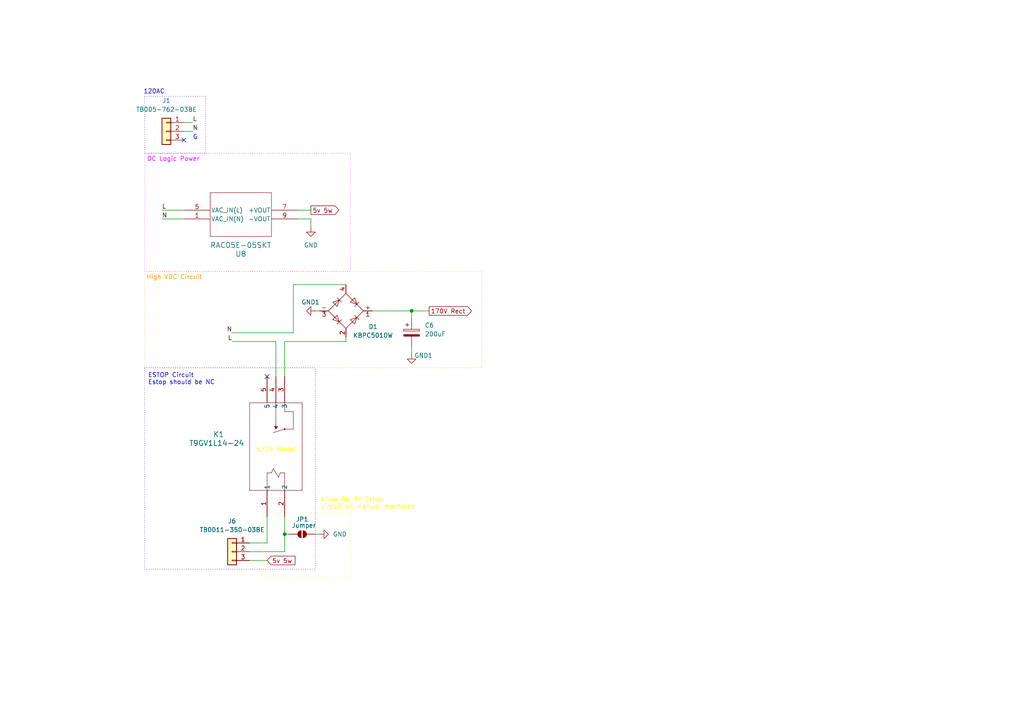
<source format=kicad_sch>
(kicad_sch
	(version 20250114)
	(generator "eeschema")
	(generator_version "9.0")
	(uuid "af2fda28-8680-40e9-a997-00814b61acb7")
	(paper "A4")
	(lib_symbols
		(symbol "Connector_Generic:Conn_01x03"
			(pin_names
				(offset 1.016)
				(hide yes)
			)
			(exclude_from_sim no)
			(in_bom yes)
			(on_board yes)
			(property "Reference" "J"
				(at 0 5.08 0)
				(effects
					(font
						(size 1.27 1.27)
					)
				)
			)
			(property "Value" "Conn_01x03"
				(at 0 -5.08 0)
				(effects
					(font
						(size 1.27 1.27)
					)
				)
			)
			(property "Footprint" ""
				(at 0 0 0)
				(effects
					(font
						(size 1.27 1.27)
					)
					(hide yes)
				)
			)
			(property "Datasheet" "~"
				(at 0 0 0)
				(effects
					(font
						(size 1.27 1.27)
					)
					(hide yes)
				)
			)
			(property "Description" "Generic connector, single row, 01x03, script generated (kicad-library-utils/schlib/autogen/connector/)"
				(at 0 0 0)
				(effects
					(font
						(size 1.27 1.27)
					)
					(hide yes)
				)
			)
			(property "ki_keywords" "connector"
				(at 0 0 0)
				(effects
					(font
						(size 1.27 1.27)
					)
					(hide yes)
				)
			)
			(property "ki_fp_filters" "Connector*:*_1x??_*"
				(at 0 0 0)
				(effects
					(font
						(size 1.27 1.27)
					)
					(hide yes)
				)
			)
			(symbol "Conn_01x03_1_1"
				(rectangle
					(start -1.27 3.81)
					(end 1.27 -3.81)
					(stroke
						(width 0.254)
						(type default)
					)
					(fill
						(type background)
					)
				)
				(rectangle
					(start -1.27 2.667)
					(end 0 2.413)
					(stroke
						(width 0.1524)
						(type default)
					)
					(fill
						(type none)
					)
				)
				(rectangle
					(start -1.27 0.127)
					(end 0 -0.127)
					(stroke
						(width 0.1524)
						(type default)
					)
					(fill
						(type none)
					)
				)
				(rectangle
					(start -1.27 -2.413)
					(end 0 -2.667)
					(stroke
						(width 0.1524)
						(type default)
					)
					(fill
						(type none)
					)
				)
				(pin passive line
					(at -5.08 2.54 0)
					(length 3.81)
					(name "Pin_1"
						(effects
							(font
								(size 1.27 1.27)
							)
						)
					)
					(number "1"
						(effects
							(font
								(size 1.27 1.27)
							)
						)
					)
				)
				(pin passive line
					(at -5.08 0 0)
					(length 3.81)
					(name "Pin_2"
						(effects
							(font
								(size 1.27 1.27)
							)
						)
					)
					(number "2"
						(effects
							(font
								(size 1.27 1.27)
							)
						)
					)
				)
				(pin passive line
					(at -5.08 -2.54 0)
					(length 3.81)
					(name "Pin_3"
						(effects
							(font
								(size 1.27 1.27)
							)
						)
					)
					(number "3"
						(effects
							(font
								(size 1.27 1.27)
							)
						)
					)
				)
			)
			(embedded_fonts no)
		)
		(symbol "Device:C_Polarized"
			(pin_numbers
				(hide yes)
			)
			(pin_names
				(offset 0.254)
			)
			(exclude_from_sim no)
			(in_bom yes)
			(on_board yes)
			(property "Reference" "C"
				(at 0.635 2.54 0)
				(effects
					(font
						(size 1.27 1.27)
					)
					(justify left)
				)
			)
			(property "Value" "C_Polarized"
				(at 0.635 -2.54 0)
				(effects
					(font
						(size 1.27 1.27)
					)
					(justify left)
				)
			)
			(property "Footprint" ""
				(at 0.9652 -3.81 0)
				(effects
					(font
						(size 1.27 1.27)
					)
					(hide yes)
				)
			)
			(property "Datasheet" "~"
				(at 0 0 0)
				(effects
					(font
						(size 1.27 1.27)
					)
					(hide yes)
				)
			)
			(property "Description" "Polarized capacitor"
				(at 0 0 0)
				(effects
					(font
						(size 1.27 1.27)
					)
					(hide yes)
				)
			)
			(property "ki_keywords" "cap capacitor"
				(at 0 0 0)
				(effects
					(font
						(size 1.27 1.27)
					)
					(hide yes)
				)
			)
			(property "ki_fp_filters" "CP_*"
				(at 0 0 0)
				(effects
					(font
						(size 1.27 1.27)
					)
					(hide yes)
				)
			)
			(symbol "C_Polarized_0_1"
				(rectangle
					(start -2.286 0.508)
					(end 2.286 1.016)
					(stroke
						(width 0)
						(type default)
					)
					(fill
						(type none)
					)
				)
				(polyline
					(pts
						(xy -1.778 2.286) (xy -0.762 2.286)
					)
					(stroke
						(width 0)
						(type default)
					)
					(fill
						(type none)
					)
				)
				(polyline
					(pts
						(xy -1.27 2.794) (xy -1.27 1.778)
					)
					(stroke
						(width 0)
						(type default)
					)
					(fill
						(type none)
					)
				)
				(rectangle
					(start 2.286 -0.508)
					(end -2.286 -1.016)
					(stroke
						(width 0)
						(type default)
					)
					(fill
						(type outline)
					)
				)
			)
			(symbol "C_Polarized_1_1"
				(pin passive line
					(at 0 3.81 270)
					(length 2.794)
					(name "~"
						(effects
							(font
								(size 1.27 1.27)
							)
						)
					)
					(number "1"
						(effects
							(font
								(size 1.27 1.27)
							)
						)
					)
				)
				(pin passive line
					(at 0 -3.81 90)
					(length 2.794)
					(name "~"
						(effects
							(font
								(size 1.27 1.27)
							)
						)
					)
					(number "2"
						(effects
							(font
								(size 1.27 1.27)
							)
						)
					)
				)
			)
			(embedded_fonts no)
		)
		(symbol "Diode_Bridge:KBPC5010W"
			(pin_names
				(offset 0)
			)
			(exclude_from_sim no)
			(in_bom yes)
			(on_board yes)
			(property "Reference" "D"
				(at 7.62 7.62 0)
				(effects
					(font
						(size 1.27 1.27)
					)
				)
			)
			(property "Value" "KBPC5010W"
				(at 7.62 5.08 0)
				(effects
					(font
						(size 1.27 1.27)
					)
				)
			)
			(property "Footprint" "Diode_THT:Diode_Bridge_GeneSiC_KBPC_W"
				(at 0 -15.24 0)
				(effects
					(font
						(size 1.27 1.27)
					)
					(hide yes)
				)
			)
			(property "Datasheet" "https://www.diodemodule.com/bridge-rectifier/kbpc/kbpc5010t.pdf"
				(at 22.86 0 0)
				(effects
					(font
						(size 1.27 1.27)
					)
					(hide yes)
				)
			)
			(property "Description" "Single-Phase Bridge Rectifier, 700V Vrms, 50A If, KBPC-W(WS)"
				(at 0 0 0)
				(effects
					(font
						(size 1.27 1.27)
					)
					(hide yes)
				)
			)
			(property "ki_keywords" "diode full"
				(at 0 0 0)
				(effects
					(font
						(size 1.27 1.27)
					)
					(hide yes)
				)
			)
			(property "ki_fp_filters" "Diode*Bridge*KBPC?W*"
				(at 0 0 0)
				(effects
					(font
						(size 1.27 1.27)
					)
					(hide yes)
				)
			)
			(symbol "KBPC5010W_0_1"
				(polyline
					(pts
						(xy -5.08 0) (xy 0 -5.08) (xy 5.08 0) (xy 0 5.08) (xy -5.08 0)
					)
					(stroke
						(width 0)
						(type default)
					)
					(fill
						(type none)
					)
				)
				(polyline
					(pts
						(xy -3.81 2.54) (xy -2.54 1.27) (xy -1.905 3.175) (xy -3.81 2.54)
					)
					(stroke
						(width 0)
						(type default)
					)
					(fill
						(type none)
					)
				)
				(polyline
					(pts
						(xy -2.54 3.81) (xy -1.27 2.54)
					)
					(stroke
						(width 0)
						(type default)
					)
					(fill
						(type none)
					)
				)
				(polyline
					(pts
						(xy -2.54 -1.27) (xy -3.81 -2.54) (xy -1.905 -3.175) (xy -2.54 -1.27)
					)
					(stroke
						(width 0)
						(type default)
					)
					(fill
						(type none)
					)
				)
				(polyline
					(pts
						(xy -1.27 -2.54) (xy -2.54 -3.81)
					)
					(stroke
						(width 0)
						(type default)
					)
					(fill
						(type none)
					)
				)
				(polyline
					(pts
						(xy 1.27 2.54) (xy 2.54 3.81) (xy 3.175 1.905) (xy 1.27 2.54)
					)
					(stroke
						(width 0)
						(type default)
					)
					(fill
						(type none)
					)
				)
				(polyline
					(pts
						(xy 2.54 1.27) (xy 3.81 2.54)
					)
					(stroke
						(width 0)
						(type default)
					)
					(fill
						(type none)
					)
				)
				(polyline
					(pts
						(xy 2.54 -1.27) (xy 3.81 -2.54)
					)
					(stroke
						(width 0)
						(type default)
					)
					(fill
						(type none)
					)
				)
				(polyline
					(pts
						(xy 3.175 -1.905) (xy 1.27 -2.54) (xy 2.54 -3.81) (xy 3.175 -1.905)
					)
					(stroke
						(width 0)
						(type default)
					)
					(fill
						(type none)
					)
				)
			)
			(symbol "KBPC5010W_1_1"
				(pin passive line
					(at -7.62 0 0)
					(length 2.54)
					(name "-"
						(effects
							(font
								(size 1.27 1.27)
							)
						)
					)
					(number "3"
						(effects
							(font
								(size 1.27 1.27)
							)
						)
					)
				)
				(pin passive line
					(at 0 7.62 270)
					(length 2.54)
					(name "~"
						(effects
							(font
								(size 1.27 1.27)
							)
						)
					)
					(number "4"
						(effects
							(font
								(size 1.27 1.27)
							)
						)
					)
				)
				(pin passive line
					(at 0 -7.62 90)
					(length 2.54)
					(name "~"
						(effects
							(font
								(size 1.27 1.27)
							)
						)
					)
					(number "2"
						(effects
							(font
								(size 1.27 1.27)
							)
						)
					)
				)
				(pin passive line
					(at 7.62 0 180)
					(length 2.54)
					(name "+"
						(effects
							(font
								(size 1.27 1.27)
							)
						)
					)
					(number "1"
						(effects
							(font
								(size 1.27 1.27)
							)
						)
					)
				)
			)
			(embedded_fonts no)
		)
		(symbol "Jumper:SolderJumper_2_Open"
			(pin_numbers
				(hide yes)
			)
			(pin_names
				(offset 0)
				(hide yes)
			)
			(exclude_from_sim no)
			(in_bom no)
			(on_board yes)
			(property "Reference" "JP"
				(at 0 2.032 0)
				(effects
					(font
						(size 1.27 1.27)
					)
				)
			)
			(property "Value" "SolderJumper_2_Open"
				(at 0 -2.54 0)
				(effects
					(font
						(size 1.27 1.27)
					)
				)
			)
			(property "Footprint" ""
				(at 0 0 0)
				(effects
					(font
						(size 1.27 1.27)
					)
					(hide yes)
				)
			)
			(property "Datasheet" "~"
				(at 0 0 0)
				(effects
					(font
						(size 1.27 1.27)
					)
					(hide yes)
				)
			)
			(property "Description" "Solder Jumper, 2-pole, open"
				(at 0 0 0)
				(effects
					(font
						(size 1.27 1.27)
					)
					(hide yes)
				)
			)
			(property "ki_keywords" "solder jumper SPST"
				(at 0 0 0)
				(effects
					(font
						(size 1.27 1.27)
					)
					(hide yes)
				)
			)
			(property "ki_fp_filters" "SolderJumper*Open*"
				(at 0 0 0)
				(effects
					(font
						(size 1.27 1.27)
					)
					(hide yes)
				)
			)
			(symbol "SolderJumper_2_Open_0_1"
				(polyline
					(pts
						(xy -0.254 1.016) (xy -0.254 -1.016)
					)
					(stroke
						(width 0)
						(type default)
					)
					(fill
						(type none)
					)
				)
				(arc
					(start -0.254 -1.016)
					(mid -1.2656 0)
					(end -0.254 1.016)
					(stroke
						(width 0)
						(type default)
					)
					(fill
						(type none)
					)
				)
				(arc
					(start -0.254 -1.016)
					(mid -1.2656 0)
					(end -0.254 1.016)
					(stroke
						(width 0)
						(type default)
					)
					(fill
						(type outline)
					)
				)
				(arc
					(start 0.254 1.016)
					(mid 1.2656 0)
					(end 0.254 -1.016)
					(stroke
						(width 0)
						(type default)
					)
					(fill
						(type none)
					)
				)
				(arc
					(start 0.254 1.016)
					(mid 1.2656 0)
					(end 0.254 -1.016)
					(stroke
						(width 0)
						(type default)
					)
					(fill
						(type outline)
					)
				)
				(polyline
					(pts
						(xy 0.254 1.016) (xy 0.254 -1.016)
					)
					(stroke
						(width 0)
						(type default)
					)
					(fill
						(type none)
					)
				)
			)
			(symbol "SolderJumper_2_Open_1_1"
				(pin passive line
					(at -3.81 0 0)
					(length 2.54)
					(name "A"
						(effects
							(font
								(size 1.27 1.27)
							)
						)
					)
					(number "1"
						(effects
							(font
								(size 1.27 1.27)
							)
						)
					)
				)
				(pin passive line
					(at 3.81 0 180)
					(length 2.54)
					(name "B"
						(effects
							(font
								(size 1.27 1.27)
							)
						)
					)
					(number "2"
						(effects
							(font
								(size 1.27 1.27)
							)
						)
					)
				)
			)
			(embedded_fonts no)
		)
		(symbol "Treadmill_Comp:RAC05E-05SKT"
			(pin_names
				(offset 0.254)
			)
			(exclude_from_sim no)
			(in_bom yes)
			(on_board yes)
			(property "Reference" "U"
				(at 25.4 10.16 0)
				(effects
					(font
						(size 1.524 1.524)
					)
				)
			)
			(property "Value" "RAC05E-05SKT"
				(at 25.4 7.62 0)
				(effects
					(font
						(size 1.524 1.524)
					)
				)
			)
			(property "Footprint" "RAC05E-KT_RCP"
				(at 8.89 0 0)
				(effects
					(font
						(size 1.27 1.27)
						(italic yes)
					)
					(hide yes)
				)
			)
			(property "Datasheet" "RAC05E-05SKT"
				(at 8.89 0 0)
				(effects
					(font
						(size 1.27 1.27)
						(italic yes)
					)
					(hide yes)
				)
			)
			(property "Description" ""
				(at 0 0 0)
				(effects
					(font
						(size 1.27 1.27)
					)
					(hide yes)
				)
			)
			(property "ki_locked" ""
				(at 0 0 0)
				(effects
					(font
						(size 1.27 1.27)
					)
				)
			)
			(property "ki_keywords" "RAC05E-05SKT"
				(at 0 0 0)
				(effects
					(font
						(size 1.27 1.27)
					)
					(hide yes)
				)
			)
			(property "ki_fp_filters" "RAC05E-KT_RCP"
				(at 0 0 0)
				(effects
					(font
						(size 1.27 1.27)
					)
					(hide yes)
				)
			)
			(symbol "RAC05E-05SKT_0_1"
				(polyline
					(pts
						(xy 16.51 5.08) (xy 16.51 -7.62)
					)
					(stroke
						(width 0.127)
						(type default)
					)
					(fill
						(type none)
					)
				)
				(polyline
					(pts
						(xy 16.51 -7.62) (xy 34.29 -7.62)
					)
					(stroke
						(width 0.127)
						(type default)
					)
					(fill
						(type none)
					)
				)
				(polyline
					(pts
						(xy 34.29 5.08) (xy 16.51 5.08)
					)
					(stroke
						(width 0.127)
						(type default)
					)
					(fill
						(type none)
					)
				)
				(polyline
					(pts
						(xy 34.29 -7.62) (xy 34.29 5.08)
					)
					(stroke
						(width 0.127)
						(type default)
					)
					(fill
						(type none)
					)
				)
				(pin power_in line
					(at 8.89 0 0)
					(length 7.62)
					(name "VAC_IN(N)"
						(effects
							(font
								(size 1.27 1.27)
							)
						)
					)
					(number "1"
						(effects
							(font
								(size 1.27 1.27)
							)
						)
					)
				)
				(pin power_in line
					(at 8.89 -2.54 0)
					(length 7.62)
					(name "VAC_IN(L)"
						(effects
							(font
								(size 1.27 1.27)
							)
						)
					)
					(number "5"
						(effects
							(font
								(size 1.27 1.27)
							)
						)
					)
				)
				(pin output line
					(at 41.91 0 180)
					(length 7.62)
					(name "-VOUT"
						(effects
							(font
								(size 1.27 1.27)
							)
						)
					)
					(number "9"
						(effects
							(font
								(size 1.27 1.27)
							)
						)
					)
				)
				(pin output line
					(at 41.91 -2.54 180)
					(length 7.62)
					(name "+VOUT"
						(effects
							(font
								(size 1.27 1.27)
							)
						)
					)
					(number "7"
						(effects
							(font
								(size 1.27 1.27)
							)
						)
					)
				)
			)
			(embedded_fonts no)
		)
		(symbol "Treadmill_Comp:T9GV1L14-5"
			(pin_names
				(offset 0.254)
			)
			(exclude_from_sim no)
			(in_bom yes)
			(on_board yes)
			(property "Reference" "K"
				(at 20.32 10.16 0)
				(effects
					(font
						(size 1.524 1.524)
					)
				)
			)
			(property "Value" "T9GV1L14-5"
				(at 20.32 7.62 0)
				(effects
					(font
						(size 1.524 1.524)
					)
				)
			)
			(property "Footprint" "T9GV1L14-5_TEC"
				(at 0 0 0)
				(effects
					(font
						(size 1.27 1.27)
						(italic yes)
					)
					(hide yes)
				)
			)
			(property "Datasheet" "https://www.te.com/commerce/DocumentDelivery/DDEController?Action=srchrtrv&DocNm=1-1773924-8_PB_30A_PCB_RelayT9G&DocType=Data+Sheet&DocLang=English&PartCntxt=1558661-1&DocFormat=pdf"
				(at 0 0 0)
				(effects
					(font
						(size 1.27 1.27)
						(italic yes)
					)
					(hide yes)
				)
			)
			(property "Description" ""
				(at 0 0 0)
				(effects
					(font
						(size 1.27 1.27)
					)
					(hide yes)
				)
			)
			(property "ki_locked" ""
				(at 0 0 0)
				(effects
					(font
						(size 1.27 1.27)
					)
				)
			)
			(property "ki_keywords" "T9GV1L14-5"
				(at 0 0 0)
				(effects
					(font
						(size 1.27 1.27)
					)
					(hide yes)
				)
			)
			(property "ki_fp_filters" "T9GV1L14-5_TEC"
				(at 0 0 0)
				(effects
					(font
						(size 1.27 1.27)
					)
					(hide yes)
				)
			)
			(symbol "T9GV1L14-5_0_1"
				(polyline
					(pts
						(xy 7.62 5.08) (xy 7.62 -10.16)
					)
					(stroke
						(width 0.127)
						(type default)
					)
					(fill
						(type none)
					)
				)
				(polyline
					(pts
						(xy 7.62 0) (xy 12.7 0)
					)
					(stroke
						(width 0.127)
						(type default)
					)
					(fill
						(type none)
					)
				)
				(polyline
					(pts
						(xy 7.62 -5.08) (xy 12.7 -5.08)
					)
					(stroke
						(width 0.127)
						(type default)
					)
					(fill
						(type none)
					)
				)
				(polyline
					(pts
						(xy 7.62 -10.16) (xy 33.02 -10.16)
					)
					(stroke
						(width 0.127)
						(type default)
					)
					(fill
						(type none)
					)
				)
				(polyline
					(pts
						(xy 11.43 -3.302) (xy 13.97 -1.778)
					)
					(stroke
						(width 0.127)
						(type default)
					)
					(fill
						(type none)
					)
				)
				(polyline
					(pts
						(xy 12.7 0) (xy 12.7 -1.27)
					)
					(stroke
						(width 0.127)
						(type default)
					)
					(fill
						(type none)
					)
				)
				(polyline
					(pts
						(xy 12.7 -1.27) (xy 13.97 -1.778)
					)
					(stroke
						(width 0.127)
						(type default)
					)
					(fill
						(type none)
					)
				)
				(polyline
					(pts
						(xy 12.7 -3.81) (xy 11.43 -3.302)
					)
					(stroke
						(width 0.127)
						(type default)
					)
					(fill
						(type none)
					)
				)
				(polyline
					(pts
						(xy 12.7 -3.81) (xy 12.7 -5.08)
					)
					(stroke
						(width 0.127)
						(type default)
					)
					(fill
						(type none)
					)
				)
				(polyline
					(pts
						(xy 25.4 -2.54) (xy 26.162 -3.048) (xy 26.162 -2.032)
					)
					(stroke
						(width 0)
						(type default)
					)
					(fill
						(type outline)
					)
				)
				(polyline
					(pts
						(xy 25.4 -5.08) (xy 24.384 -1.778)
					)
					(stroke
						(width 0.127)
						(type default)
					)
					(fill
						(type none)
					)
				)
				(circle
					(center 25.4 -5.08)
					(radius 0.127)
					(stroke
						(width 0.254)
						(type default)
					)
					(fill
						(type none)
					)
				)
				(polyline
					(pts
						(xy 25.4 -7.62) (xy 25.4 -5.08)
					)
					(stroke
						(width 0.127)
						(type default)
					)
					(fill
						(type none)
					)
				)
				(polyline
					(pts
						(xy 30.48 -5.08) (xy 30.48 -7.62)
					)
					(stroke
						(width 0.127)
						(type default)
					)
					(fill
						(type none)
					)
				)
				(polyline
					(pts
						(xy 30.48 -7.62) (xy 25.4 -7.62)
					)
					(stroke
						(width 0.127)
						(type default)
					)
					(fill
						(type none)
					)
				)
				(polyline
					(pts
						(xy 33.02 5.08) (xy 7.62 5.08)
					)
					(stroke
						(width 0.127)
						(type default)
					)
					(fill
						(type none)
					)
				)
				(polyline
					(pts
						(xy 33.02 -2.54) (xy 25.908 -2.54)
					)
					(stroke
						(width 0.127)
						(type default)
					)
					(fill
						(type none)
					)
				)
				(polyline
					(pts
						(xy 33.02 -5.08) (xy 30.48 -5.08)
					)
					(stroke
						(width 0.127)
						(type default)
					)
					(fill
						(type none)
					)
				)
				(polyline
					(pts
						(xy 33.02 -10.16) (xy 33.02 5.08)
					)
					(stroke
						(width 0.127)
						(type default)
					)
					(fill
						(type none)
					)
				)
				(pin unspecified line
					(at 0 0 0)
					(length 7.62)
					(name "1"
						(effects
							(font
								(size 1.27 1.27)
							)
						)
					)
					(number "1"
						(effects
							(font
								(size 1.27 1.27)
							)
						)
					)
				)
				(pin unspecified line
					(at 0 -5.08 0)
					(length 7.62)
					(name "2"
						(effects
							(font
								(size 1.27 1.27)
							)
						)
					)
					(number "2"
						(effects
							(font
								(size 1.27 1.27)
							)
						)
					)
				)
				(pin unspecified line
					(at 40.64 0 180)
					(length 7.62)
					(name "5"
						(effects
							(font
								(size 1.27 1.27)
							)
						)
					)
					(number "5"
						(effects
							(font
								(size 1.27 1.27)
							)
						)
					)
				)
				(pin unspecified line
					(at 40.64 -2.54 180)
					(length 7.62)
					(name "4"
						(effects
							(font
								(size 1.27 1.27)
							)
						)
					)
					(number "4"
						(effects
							(font
								(size 1.27 1.27)
							)
						)
					)
				)
				(pin unspecified line
					(at 40.64 -5.08 180)
					(length 7.62)
					(name "3"
						(effects
							(font
								(size 1.27 1.27)
							)
						)
					)
					(number "3"
						(effects
							(font
								(size 1.27 1.27)
							)
						)
					)
				)
			)
			(embedded_fonts no)
		)
		(symbol "power:GND"
			(power)
			(pin_numbers
				(hide yes)
			)
			(pin_names
				(offset 0)
				(hide yes)
			)
			(exclude_from_sim no)
			(in_bom yes)
			(on_board yes)
			(property "Reference" "#PWR"
				(at 0 -6.35 0)
				(effects
					(font
						(size 1.27 1.27)
					)
					(hide yes)
				)
			)
			(property "Value" "GND"
				(at 0 -3.81 0)
				(effects
					(font
						(size 1.27 1.27)
					)
				)
			)
			(property "Footprint" ""
				(at 0 0 0)
				(effects
					(font
						(size 1.27 1.27)
					)
					(hide yes)
				)
			)
			(property "Datasheet" ""
				(at 0 0 0)
				(effects
					(font
						(size 1.27 1.27)
					)
					(hide yes)
				)
			)
			(property "Description" "Power symbol creates a global label with name \"GND\" , ground"
				(at 0 0 0)
				(effects
					(font
						(size 1.27 1.27)
					)
					(hide yes)
				)
			)
			(property "ki_keywords" "global power"
				(at 0 0 0)
				(effects
					(font
						(size 1.27 1.27)
					)
					(hide yes)
				)
			)
			(symbol "GND_0_1"
				(polyline
					(pts
						(xy 0 0) (xy 0 -1.27) (xy 1.27 -1.27) (xy 0 -2.54) (xy -1.27 -1.27) (xy 0 -1.27)
					)
					(stroke
						(width 0)
						(type default)
					)
					(fill
						(type none)
					)
				)
			)
			(symbol "GND_1_1"
				(pin power_in line
					(at 0 0 270)
					(length 0)
					(name "~"
						(effects
							(font
								(size 1.27 1.27)
							)
						)
					)
					(number "1"
						(effects
							(font
								(size 1.27 1.27)
							)
						)
					)
				)
			)
			(embedded_fonts no)
		)
		(symbol "power:GND1"
			(power)
			(pin_numbers
				(hide yes)
			)
			(pin_names
				(offset 0)
				(hide yes)
			)
			(exclude_from_sim no)
			(in_bom yes)
			(on_board yes)
			(property "Reference" "#PWR"
				(at 0 -6.35 0)
				(effects
					(font
						(size 1.27 1.27)
					)
					(hide yes)
				)
			)
			(property "Value" "GND1"
				(at 0 -3.81 0)
				(effects
					(font
						(size 1.27 1.27)
					)
				)
			)
			(property "Footprint" ""
				(at 0 0 0)
				(effects
					(font
						(size 1.27 1.27)
					)
					(hide yes)
				)
			)
			(property "Datasheet" ""
				(at 0 0 0)
				(effects
					(font
						(size 1.27 1.27)
					)
					(hide yes)
				)
			)
			(property "Description" "Power symbol creates a global label with name \"GND1\" , ground"
				(at 0 0 0)
				(effects
					(font
						(size 1.27 1.27)
					)
					(hide yes)
				)
			)
			(property "ki_keywords" "global power"
				(at 0 0 0)
				(effects
					(font
						(size 1.27 1.27)
					)
					(hide yes)
				)
			)
			(symbol "GND1_0_1"
				(polyline
					(pts
						(xy 0 0) (xy 0 -1.27) (xy 1.27 -1.27) (xy 0 -2.54) (xy -1.27 -1.27) (xy 0 -1.27)
					)
					(stroke
						(width 0)
						(type default)
					)
					(fill
						(type none)
					)
				)
			)
			(symbol "GND1_1_1"
				(pin power_in line
					(at 0 0 270)
					(length 0)
					(name "~"
						(effects
							(font
								(size 1.27 1.27)
							)
						)
					)
					(number "1"
						(effects
							(font
								(size 1.27 1.27)
							)
						)
					)
				)
			)
			(embedded_fonts no)
		)
	)
	(rectangle
		(start 41.91 27.94)
		(end 59.69 44.45)
		(stroke
			(width 0)
			(type dot)
		)
		(fill
			(type none)
		)
		(uuid 17ebf75b-b44e-474d-8dbc-ebd63b7f8817)
	)
	(rectangle
		(start 41.91 44.45)
		(end 101.6 78.74)
		(stroke
			(width 0)
			(type dot)
			(color 255 0 255 1)
		)
		(fill
			(type none)
		)
		(uuid 3d6d380c-c323-41da-b897-789e7ba0bac2)
	)
	(rectangle
		(start 41.91 106.68)
		(end 91.44 165.1)
		(stroke
			(width 0)
			(type dot)
		)
		(fill
			(type none)
		)
		(uuid 5932c700-28c5-40be-bac4-533bf018efd2)
	)
	(rectangle
		(start 41.91 78.74)
		(end 139.7 106.68)
		(stroke
			(width 0)
			(type dot)
			(color 255 153 0 1)
		)
		(fill
			(type none)
		)
		(uuid 7487b6f9-0de5-448b-8ffa-5ea340f96930)
	)
	(rectangle
		(start 76.2 148.59)
		(end 101.6 167.64)
		(stroke
			(width 0)
			(type dot)
			(color 255 255 0 1)
		)
		(fill
			(type none)
		)
		(uuid f1a4fa51-8701-4b81-99f0-0dfe7d92a372)
	)
	(text "High VDC Circuit"
		(exclude_from_sim no)
		(at 42.418 80.518 0)
		(effects
			(font
				(size 1.27 1.27)
				(color 255 153 0 1)
			)
			(justify left)
		)
		(uuid "085cbab5-0b28-4365-85f8-80114b247771")
	)
	(text "G"
		(exclude_from_sim no)
		(at 56.642 39.878 0)
		(effects
			(font
				(size 1.27 1.27)
			)
		)
		(uuid "2915dbd7-e5eb-4bce-b4fb-17eef7a157f4")
	)
	(text "5/24 Model"
		(exclude_from_sim no)
		(at 74.168 130.556 0)
		(effects
			(font
				(size 1.27 1.27)
				(color 255 255 0 1)
			)
			(justify left)
		)
		(uuid "323d7022-932d-4120-8eaf-515b063ded4e")
	)
	(text "DC Logic Power"
		(exclude_from_sim no)
		(at 50.292 46.228 0)
		(effects
			(font
				(size 1.27 1.27)
				(color 255 0 255 1)
			)
		)
		(uuid "ca718a03-b19c-4c1a-8c6a-099d8762c8ea")
	)
	(text "Allow for 5V Estop \ncircuit on manual machines"
		(exclude_from_sim no)
		(at 92.964 146.05 0)
		(effects
			(font
				(size 1.27 1.27)
				(color 255 255 0 1)
			)
			(justify left)
		)
		(uuid "d591772e-18b2-4b8e-ac60-af15039a4fb7")
	)
	(text "ESTOP Circuit \nEstop should be NC"
		(exclude_from_sim no)
		(at 42.926 109.982 0)
		(effects
			(font
				(size 1.27 1.27)
			)
			(justify left)
		)
		(uuid "f119ae4b-389c-4872-a3a8-ed95f898456a")
	)
	(text "120AC"
		(exclude_from_sim no)
		(at 44.704 26.67 0)
		(effects
			(font
				(size 1.27 1.27)
			)
		)
		(uuid "f8173af1-daf8-4e9c-a4e1-b8bb7ef1d803")
	)
	(junction
		(at 119.38 90.17)
		(diameter 0)
		(color 0 0 0 0)
		(uuid "089d8ff1-c28c-4f15-bd5f-57463333e90f")
	)
	(junction
		(at 82.55 154.94)
		(diameter 0)
		(color 0 0 0 0)
		(uuid "b32f01ad-1a36-49d8-9814-4289236cc646")
	)
	(no_connect
		(at 53.34 40.64)
		(uuid "66f693ae-4c88-4196-a078-b9af43fb0a77")
	)
	(no_connect
		(at 77.47 109.22)
		(uuid "ab1625ad-3da0-43f2-85f3-c2db228cbd2b")
	)
	(wire
		(pts
			(xy 90.17 66.04) (xy 90.17 63.5)
		)
		(stroke
			(width 0)
			(type default)
		)
		(uuid "05d6ba41-ac64-4870-9576-36d1ff342920")
	)
	(wire
		(pts
			(xy 82.55 154.94) (xy 83.82 154.94)
		)
		(stroke
			(width 0)
			(type default)
		)
		(uuid "096dee2a-e850-446f-af35-3a463c3cf6f4")
	)
	(wire
		(pts
			(xy 46.99 63.5) (xy 53.34 63.5)
		)
		(stroke
			(width 0)
			(type default)
		)
		(uuid "0c5ac3f4-fbc0-4c51-8af9-18d7fb1b4689")
	)
	(wire
		(pts
			(xy 119.38 90.17) (xy 124.46 90.17)
		)
		(stroke
			(width 0)
			(type default)
		)
		(uuid "0d493845-c52b-41ea-89fa-f0e89ba6226d")
	)
	(wire
		(pts
			(xy 82.55 99.06) (xy 100.33 99.06)
		)
		(stroke
			(width 0)
			(type default)
		)
		(uuid "0dd55c27-69c7-45e3-88a3-954c0432fb46")
	)
	(wire
		(pts
			(xy 119.38 90.17) (xy 119.38 92.71)
		)
		(stroke
			(width 0)
			(type default)
		)
		(uuid "0ec3adee-ac36-4519-bb52-650038af52cc")
	)
	(wire
		(pts
			(xy 86.36 63.5) (xy 90.17 63.5)
		)
		(stroke
			(width 0)
			(type default)
		)
		(uuid "10e9150e-aba5-4ed9-8c35-6d95621b243a")
	)
	(wire
		(pts
			(xy 53.34 38.1) (xy 55.88 38.1)
		)
		(stroke
			(width 0)
			(type default)
		)
		(uuid "30ab4e79-e509-47ca-afb8-0d896ac1c32a")
	)
	(wire
		(pts
			(xy 100.33 99.06) (xy 100.33 97.79)
		)
		(stroke
			(width 0)
			(type default)
		)
		(uuid "411fa8f3-4c39-4304-9491-6f4aad74effb")
	)
	(wire
		(pts
			(xy 72.39 162.56) (xy 77.47 162.56)
		)
		(stroke
			(width 0)
			(type default)
		)
		(uuid "42a3eec6-c74c-42e3-9ab4-428f53e4ace1")
	)
	(wire
		(pts
			(xy 91.44 154.94) (xy 92.71 154.94)
		)
		(stroke
			(width 0)
			(type default)
		)
		(uuid "50a2fab0-e784-4479-9a36-c1b0f0fac2ad")
	)
	(wire
		(pts
			(xy 67.31 99.06) (xy 80.01 99.06)
		)
		(stroke
			(width 0)
			(type default)
		)
		(uuid "628cf0db-0fb7-4d8c-85fc-ef04d10e5669")
	)
	(wire
		(pts
			(xy 72.39 157.48) (xy 77.47 157.48)
		)
		(stroke
			(width 0)
			(type default)
		)
		(uuid "7fddf474-85cd-4bb6-984f-1003b56d1bf9")
	)
	(wire
		(pts
			(xy 85.09 82.55) (xy 85.09 96.52)
		)
		(stroke
			(width 0)
			(type default)
		)
		(uuid "835d8123-ea7e-44b5-9a96-d855a7ad8439")
	)
	(wire
		(pts
			(xy 72.39 160.02) (xy 82.55 160.02)
		)
		(stroke
			(width 0)
			(type default)
		)
		(uuid "85cb3d09-54f5-4983-80cc-98260e7f522b")
	)
	(wire
		(pts
			(xy 67.31 96.52) (xy 85.09 96.52)
		)
		(stroke
			(width 0)
			(type default)
		)
		(uuid "a4cd5fc9-cfeb-41ab-92ce-2fdc96a7b7d9")
	)
	(wire
		(pts
			(xy 53.34 35.56) (xy 55.88 35.56)
		)
		(stroke
			(width 0)
			(type default)
		)
		(uuid "ae2b6866-40f1-4724-ba5b-112ed5242cb1")
	)
	(wire
		(pts
			(xy 46.99 60.96) (xy 53.34 60.96)
		)
		(stroke
			(width 0)
			(type default)
		)
		(uuid "af053bde-b75f-4f36-b4ca-55d344c293c4")
	)
	(wire
		(pts
			(xy 107.95 90.17) (xy 119.38 90.17)
		)
		(stroke
			(width 0)
			(type default)
		)
		(uuid "b1331c6d-e0e4-42c8-9339-c98344a7d4ff")
	)
	(wire
		(pts
			(xy 85.09 82.55) (xy 100.33 82.55)
		)
		(stroke
			(width 0)
			(type default)
		)
		(uuid "c7e2e253-03cf-4c29-8319-fa0c5a360ed9")
	)
	(wire
		(pts
			(xy 86.36 60.96) (xy 90.17 60.96)
		)
		(stroke
			(width 0)
			(type default)
		)
		(uuid "d0678600-3f43-4277-bef0-42dd0e0ae5f0")
	)
	(wire
		(pts
			(xy 82.55 149.86) (xy 82.55 154.94)
		)
		(stroke
			(width 0)
			(type default)
		)
		(uuid "d695459d-b155-4f59-9fd0-7b14427b9849")
	)
	(wire
		(pts
			(xy 82.55 99.06) (xy 82.55 109.22)
		)
		(stroke
			(width 0)
			(type default)
		)
		(uuid "e5ff8fb2-d7ad-467e-b8bc-4004796a533b")
	)
	(wire
		(pts
			(xy 82.55 154.94) (xy 82.55 160.02)
		)
		(stroke
			(width 0)
			(type default)
		)
		(uuid "e787f9dd-e8d1-47af-b83f-1a62c92a774b")
	)
	(wire
		(pts
			(xy 80.01 99.06) (xy 80.01 109.22)
		)
		(stroke
			(width 0)
			(type default)
		)
		(uuid "e909f22b-8aad-4330-b246-8feabdd7d85e")
	)
	(wire
		(pts
			(xy 77.47 149.86) (xy 77.47 157.48)
		)
		(stroke
			(width 0)
			(type default)
		)
		(uuid "ea597e8d-bc10-456c-a390-0eebf89bbdef")
	)
	(wire
		(pts
			(xy 119.38 100.33) (xy 119.38 102.87)
		)
		(stroke
			(width 0)
			(type default)
		)
		(uuid "facfd7c2-6cda-4e47-8b89-5dbcd510f5a0")
	)
	(wire
		(pts
			(xy 91.44 90.17) (xy 92.71 90.17)
		)
		(stroke
			(width 0)
			(type default)
		)
		(uuid "fede164e-0327-4646-9d30-415fddd8bac8")
	)
	(label "N"
		(at 67.31 96.52 180)
		(effects
			(font
				(size 1.27 1.27)
			)
			(justify right bottom)
		)
		(uuid "020754c8-bcd9-43b6-b056-8363aed54e5a")
	)
	(label "L"
		(at 67.31 99.06 180)
		(effects
			(font
				(size 1.27 1.27)
			)
			(justify right bottom)
		)
		(uuid "0383bb3e-4ef3-478c-a2b1-492581b9112c")
	)
	(label "L"
		(at 55.88 35.56 0)
		(effects
			(font
				(size 1.27 1.27)
			)
			(justify left bottom)
		)
		(uuid "0a4aa237-4588-495c-944a-7c448c000d37")
	)
	(label "N"
		(at 55.88 38.1 0)
		(effects
			(font
				(size 1.27 1.27)
			)
			(justify left bottom)
		)
		(uuid "94f9be61-04d8-4ddf-9e7a-092fc7e79f83")
	)
	(label "N"
		(at 46.99 63.5 0)
		(effects
			(font
				(size 1.27 1.27)
			)
			(justify left bottom)
		)
		(uuid "e807aa3c-8cc2-4b3f-b5e9-d9951270fa2b")
	)
	(label "L"
		(at 46.99 60.96 0)
		(effects
			(font
				(size 1.27 1.27)
			)
			(justify left bottom)
		)
		(uuid "f3af902a-46b8-4fb4-a051-e802b6d4333e")
	)
	(global_label "170V Rect"
		(shape output)
		(at 124.46 90.17 0)
		(fields_autoplaced yes)
		(effects
			(font
				(size 1.27 1.27)
			)
			(justify left)
		)
		(uuid "24ba87e1-4bd1-4fee-803e-e8bb5e4f7d3d")
		(property "Intersheetrefs" "${INTERSHEET_REFS}"
			(at 137.3028 90.17 0)
			(effects
				(font
					(size 1.27 1.27)
				)
				(justify left)
				(hide yes)
			)
		)
	)
	(global_label "5v 5w"
		(shape output)
		(at 90.17 60.96 0)
		(fields_autoplaced yes)
		(effects
			(font
				(size 1.27 1.27)
			)
			(justify left)
		)
		(uuid "521988d0-e7c2-4671-8390-f71e9b5e7af3")
		(property "Intersheetrefs" "${INTERSHEET_REFS}"
			(at 98.8399 60.96 0)
			(effects
				(font
					(size 1.27 1.27)
				)
				(justify left)
				(hide yes)
			)
		)
	)
	(global_label "5v 5w"
		(shape input)
		(at 77.47 162.56 0)
		(fields_autoplaced yes)
		(effects
			(font
				(size 1.27 1.27)
			)
			(justify left)
		)
		(uuid "b9d381a0-4bf4-42bd-a2df-3aa458353faa")
		(property "Intersheetrefs" "${INTERSHEET_REFS}"
			(at 86.1399 162.56 0)
			(effects
				(font
					(size 1.27 1.27)
				)
				(justify left)
				(hide yes)
			)
		)
	)
	(symbol
		(lib_id "Connector_Generic:Conn_01x03")
		(at 67.31 160.02 0)
		(mirror y)
		(unit 1)
		(exclude_from_sim no)
		(in_bom yes)
		(on_board yes)
		(dnp no)
		(fields_autoplaced yes)
		(uuid "07d10215-62cc-45c1-9d98-de26b0dda242")
		(property "Reference" "J6"
			(at 67.31 151.13 0)
			(effects
				(font
					(size 1.27 1.27)
				)
			)
		)
		(property "Value" "TB0011-350-03BE"
			(at 67.31 153.67 0)
			(effects
				(font
					(size 1.27 1.27)
				)
			)
		)
		(property "Footprint" ""
			(at 67.31 160.02 0)
			(effects
				(font
					(size 1.27 1.27)
				)
				(hide yes)
			)
		)
		(property "Datasheet" "~"
			(at 67.31 160.02 0)
			(effects
				(font
					(size 1.27 1.27)
				)
				(hide yes)
			)
		)
		(property "Description" "Generic connector, single row, 01x03, script generated (kicad-library-utils/schlib/autogen/connector/)"
			(at 67.31 160.02 0)
			(effects
				(font
					(size 1.27 1.27)
				)
				(hide yes)
			)
		)
		(pin "3"
			(uuid "78f338d9-9ed2-4bbf-8f94-ac549b165845")
		)
		(pin "1"
			(uuid "dd15b47c-3d0f-45a3-bf97-3501f884d571")
		)
		(pin "2"
			(uuid "9a03d14c-4d86-43e9-9b94-a7616c60a2f2")
		)
		(instances
			(project ""
				(path "/319bc5c0-2dd5-4df3-a34b-9170833ebccd/1fa0373b-ff98-4bf0-acad-d32450f2dcd0"
					(reference "J6")
					(unit 1)
				)
			)
		)
	)
	(symbol
		(lib_id "power:GND")
		(at 90.17 66.04 0)
		(unit 1)
		(exclude_from_sim no)
		(in_bom yes)
		(on_board yes)
		(dnp no)
		(fields_autoplaced yes)
		(uuid "20a67f2c-6a3e-470d-8e65-021df165d876")
		(property "Reference" "#PWR01"
			(at 90.17 72.39 0)
			(effects
				(font
					(size 1.27 1.27)
				)
				(hide yes)
			)
		)
		(property "Value" "GND"
			(at 90.17 71.12 0)
			(effects
				(font
					(size 1.27 1.27)
				)
			)
		)
		(property "Footprint" ""
			(at 90.17 66.04 0)
			(effects
				(font
					(size 1.27 1.27)
				)
				(hide yes)
			)
		)
		(property "Datasheet" ""
			(at 90.17 66.04 0)
			(effects
				(font
					(size 1.27 1.27)
				)
				(hide yes)
			)
		)
		(property "Description" "Power symbol creates a global label with name \"GND\" , ground"
			(at 90.17 66.04 0)
			(effects
				(font
					(size 1.27 1.27)
				)
				(hide yes)
			)
		)
		(pin "1"
			(uuid "60f1585c-23bf-4ec4-92a6-c5cd8ad91938")
		)
		(instances
			(project ""
				(path "/319bc5c0-2dd5-4df3-a34b-9170833ebccd/1fa0373b-ff98-4bf0-acad-d32450f2dcd0"
					(reference "#PWR01")
					(unit 1)
				)
			)
		)
	)
	(symbol
		(lib_id "Jumper:SolderJumper_2_Open")
		(at 87.63 154.94 0)
		(unit 1)
		(exclude_from_sim no)
		(in_bom no)
		(on_board yes)
		(dnp no)
		(uuid "38fdced8-aab9-445a-a16e-1406d978e85b")
		(property "Reference" "JP1"
			(at 87.63 150.622 0)
			(effects
				(font
					(size 1.27 1.27)
				)
			)
		)
		(property "Value" "Jumper"
			(at 88.138 152.4 0)
			(effects
				(font
					(size 1.27 1.27)
				)
			)
		)
		(property "Footprint" ""
			(at 87.63 154.94 0)
			(effects
				(font
					(size 1.27 1.27)
				)
				(hide yes)
			)
		)
		(property "Datasheet" "~"
			(at 87.63 154.94 0)
			(effects
				(font
					(size 1.27 1.27)
				)
				(hide yes)
			)
		)
		(property "Description" "Solder Jumper, 2-pole, open"
			(at 87.63 154.94 0)
			(effects
				(font
					(size 1.27 1.27)
				)
				(hide yes)
			)
		)
		(pin "1"
			(uuid "e1d3a35c-b4f2-4585-b963-47bba3b294f9")
		)
		(pin "2"
			(uuid "373735bb-7bdf-4b3d-b120-138ce6b387da")
		)
		(instances
			(project ""
				(path "/319bc5c0-2dd5-4df3-a34b-9170833ebccd/1fa0373b-ff98-4bf0-acad-d32450f2dcd0"
					(reference "JP1")
					(unit 1)
				)
			)
		)
	)
	(symbol
		(lib_id "Treadmill_Comp:T9GV1L14-5")
		(at 77.47 149.86 90)
		(unit 1)
		(exclude_from_sim no)
		(in_bom yes)
		(on_board yes)
		(dnp no)
		(uuid "3c170102-d34e-4edf-98b0-fc2227efd6e8")
		(property "Reference" "K1"
			(at 65.024 125.984 90)
			(effects
				(font
					(size 1.524 1.524)
				)
				(justify left)
			)
		)
		(property "Value" "T9GV1L14-24"
			(at 70.866 128.524 90)
			(effects
				(font
					(size 1.524 1.524)
				)
				(justify left)
			)
		)
		(property "Footprint" "T9GV1L14-5_TEC"
			(at 77.47 149.86 0)
			(effects
				(font
					(size 1.27 1.27)
					(italic yes)
				)
				(hide yes)
			)
		)
		(property "Datasheet" "https://www.te.com/commerce/DocumentDelivery/DDEController?Action=srchrtrv&DocNm=1-1773924-8_PB_30A_PCB_RelayT9G&DocType=Data+Sheet&DocLang=English&PartCntxt=1558661-1&DocFormat=pdf"
			(at 77.47 149.86 0)
			(effects
				(font
					(size 1.27 1.27)
					(italic yes)
				)
				(hide yes)
			)
		)
		(property "Description" ""
			(at 77.47 149.86 0)
			(effects
				(font
					(size 1.27 1.27)
				)
				(hide yes)
			)
		)
		(pin "4"
			(uuid "9b38d10b-883b-4c1c-98e7-c6aaaa85c5f9")
		)
		(pin "1"
			(uuid "237a9be9-8b03-479e-a938-06a342d59a0a")
		)
		(pin "2"
			(uuid "26468b49-511d-4a2f-81b9-5599581ce17d")
		)
		(pin "5"
			(uuid "6d007d84-7eda-43dd-bd25-262c26c32c4f")
		)
		(pin "3"
			(uuid "880cfcbd-64a8-4614-a602-f1202d04286c")
		)
		(instances
			(project ""
				(path "/319bc5c0-2dd5-4df3-a34b-9170833ebccd/1fa0373b-ff98-4bf0-acad-d32450f2dcd0"
					(reference "K1")
					(unit 1)
				)
			)
		)
	)
	(symbol
		(lib_id "Treadmill_Comp:RAC05E-05SKT")
		(at 44.45 63.5 0)
		(mirror x)
		(unit 1)
		(exclude_from_sim no)
		(in_bom yes)
		(on_board yes)
		(dnp no)
		(uuid "4e0592f7-62bf-45f4-b05c-166fc5cc94b7")
		(property "Reference" "U8"
			(at 69.85 73.66 0)
			(effects
				(font
					(size 1.524 1.524)
				)
			)
		)
		(property "Value" "RAC05E-05SKT"
			(at 69.85 71.12 0)
			(effects
				(font
					(size 1.524 1.524)
				)
			)
		)
		(property "Footprint" "Treadmill_Feet:RAC05E-KT_RCP"
			(at 53.34 63.5 0)
			(effects
				(font
					(size 1.27 1.27)
					(italic yes)
				)
				(hide yes)
			)
		)
		(property "Datasheet" "https://recom-power.com/pdf/Powerline_AC-DC/RAC05E-KT.pdf"
			(at 53.34 63.5 0)
			(effects
				(font
					(size 1.27 1.27)
					(italic yes)
				)
				(hide yes)
			)
		)
		(property "Description" ""
			(at 44.45 63.5 0)
			(effects
				(font
					(size 1.27 1.27)
				)
				(hide yes)
			)
		)
		(pin "9"
			(uuid "0c1f84a1-6bf5-4d81-aa20-889fd5180451")
		)
		(pin "5"
			(uuid "63d23799-8fa6-4541-80f5-aaa48533059b")
		)
		(pin "7"
			(uuid "18fd43c2-3f09-4cdb-aeb9-364e79375791")
		)
		(pin "1"
			(uuid "bb79e291-5750-4e6b-b162-3ac070fea6bb")
		)
		(instances
			(project ""
				(path "/319bc5c0-2dd5-4df3-a34b-9170833ebccd/1fa0373b-ff98-4bf0-acad-d32450f2dcd0"
					(reference "U8")
					(unit 1)
				)
			)
		)
	)
	(symbol
		(lib_id "power:GND")
		(at 92.71 154.94 90)
		(unit 1)
		(exclude_from_sim no)
		(in_bom yes)
		(on_board yes)
		(dnp no)
		(fields_autoplaced yes)
		(uuid "8af6f934-0fda-49cd-8286-af80b3d9493c")
		(property "Reference" "#PWR031"
			(at 99.06 154.94 0)
			(effects
				(font
					(size 1.27 1.27)
				)
				(hide yes)
			)
		)
		(property "Value" "GND"
			(at 96.52 154.9399 90)
			(effects
				(font
					(size 1.27 1.27)
				)
				(justify right)
			)
		)
		(property "Footprint" ""
			(at 92.71 154.94 0)
			(effects
				(font
					(size 1.27 1.27)
				)
				(hide yes)
			)
		)
		(property "Datasheet" ""
			(at 92.71 154.94 0)
			(effects
				(font
					(size 1.27 1.27)
				)
				(hide yes)
			)
		)
		(property "Description" "Power symbol creates a global label with name \"GND\" , ground"
			(at 92.71 154.94 0)
			(effects
				(font
					(size 1.27 1.27)
				)
				(hide yes)
			)
		)
		(pin "1"
			(uuid "e339b4c2-ada8-464b-9451-9695ae38d1b3")
		)
		(instances
			(project "120VDC Treadmill Motor Controller"
				(path "/319bc5c0-2dd5-4df3-a34b-9170833ebccd/1fa0373b-ff98-4bf0-acad-d32450f2dcd0"
					(reference "#PWR031")
					(unit 1)
				)
			)
		)
	)
	(symbol
		(lib_id "Connector_Generic:Conn_01x03")
		(at 48.26 38.1 0)
		(mirror y)
		(unit 1)
		(exclude_from_sim no)
		(in_bom yes)
		(on_board yes)
		(dnp no)
		(fields_autoplaced yes)
		(uuid "99be9f91-f5aa-4334-aa18-0a8d76d3dbaa")
		(property "Reference" "J1"
			(at 48.26 29.21 0)
			(effects
				(font
					(size 1.27 1.27)
				)
			)
		)
		(property "Value" "TB005-762-03BE"
			(at 48.26 31.75 0)
			(effects
				(font
					(size 1.27 1.27)
				)
			)
		)
		(property "Footprint" "Treadmill_Feet:CUI_TB005_-762-03BE"
			(at 48.26 38.1 0)
			(effects
				(font
					(size 1.27 1.27)
				)
				(hide yes)
			)
		)
		(property "Datasheet" "~"
			(at 48.26 38.1 0)
			(effects
				(font
					(size 1.27 1.27)
				)
				(hide yes)
			)
		)
		(property "Description" "Generic connector, single row, 01x03, script generated (kicad-library-utils/schlib/autogen/connector/)"
			(at 48.26 38.1 0)
			(effects
				(font
					(size 1.27 1.27)
				)
				(hide yes)
			)
		)
		(pin "3"
			(uuid "6d36e220-c8e1-4f1f-a79a-6c85459fad6a")
		)
		(pin "2"
			(uuid "5393c26c-b7cf-45d5-b87a-889c718d5572")
		)
		(pin "1"
			(uuid "dc678c82-333e-40fa-bafa-f8f0de0246f3")
		)
		(instances
			(project ""
				(path "/319bc5c0-2dd5-4df3-a34b-9170833ebccd/1fa0373b-ff98-4bf0-acad-d32450f2dcd0"
					(reference "J1")
					(unit 1)
				)
			)
		)
	)
	(symbol
		(lib_id "power:GND1")
		(at 119.38 102.87 0)
		(unit 1)
		(exclude_from_sim no)
		(in_bom yes)
		(on_board yes)
		(dnp no)
		(uuid "a63b711e-8938-4913-a34b-f5f7a062cbe3")
		(property "Reference" "#PWR032"
			(at 119.38 109.22 0)
			(effects
				(font
					(size 1.27 1.27)
				)
				(hide yes)
			)
		)
		(property "Value" "GND1"
			(at 125.476 103.124 0)
			(effects
				(font
					(size 1.27 1.27)
				)
				(justify right)
			)
		)
		(property "Footprint" ""
			(at 119.38 102.87 0)
			(effects
				(font
					(size 1.27 1.27)
				)
				(hide yes)
			)
		)
		(property "Datasheet" ""
			(at 119.38 102.87 0)
			(effects
				(font
					(size 1.27 1.27)
				)
				(hide yes)
			)
		)
		(property "Description" "Power symbol creates a global label with name \"GND1\" , ground"
			(at 119.38 102.87 0)
			(effects
				(font
					(size 1.27 1.27)
				)
				(hide yes)
			)
		)
		(pin "1"
			(uuid "e80fb244-f88c-4431-b256-0ffbe1c0138f")
		)
		(instances
			(project "120VDC Treadmill Motor Controller"
				(path "/319bc5c0-2dd5-4df3-a34b-9170833ebccd/1fa0373b-ff98-4bf0-acad-d32450f2dcd0"
					(reference "#PWR032")
					(unit 1)
				)
			)
		)
	)
	(symbol
		(lib_id "power:GND1")
		(at 91.44 90.17 270)
		(unit 1)
		(exclude_from_sim no)
		(in_bom yes)
		(on_board yes)
		(dnp no)
		(uuid "afa53166-1468-4432-a3a7-d477b9236e61")
		(property "Reference" "#PWR02"
			(at 85.09 90.17 0)
			(effects
				(font
					(size 1.27 1.27)
				)
				(hide yes)
			)
		)
		(property "Value" "GND1"
			(at 92.71 87.63 90)
			(effects
				(font
					(size 1.27 1.27)
				)
				(justify right)
			)
		)
		(property "Footprint" ""
			(at 91.44 90.17 0)
			(effects
				(font
					(size 1.27 1.27)
				)
				(hide yes)
			)
		)
		(property "Datasheet" ""
			(at 91.44 90.17 0)
			(effects
				(font
					(size 1.27 1.27)
				)
				(hide yes)
			)
		)
		(property "Description" "Power symbol creates a global label with name \"GND1\" , ground"
			(at 91.44 90.17 0)
			(effects
				(font
					(size 1.27 1.27)
				)
				(hide yes)
			)
		)
		(pin "1"
			(uuid "1c7f6984-dcf0-4d43-838d-1aaa805d46b3")
		)
		(instances
			(project ""
				(path "/319bc5c0-2dd5-4df3-a34b-9170833ebccd/1fa0373b-ff98-4bf0-acad-d32450f2dcd0"
					(reference "#PWR02")
					(unit 1)
				)
			)
		)
	)
	(symbol
		(lib_id "Device:C_Polarized")
		(at 119.38 96.52 0)
		(unit 1)
		(exclude_from_sim no)
		(in_bom yes)
		(on_board yes)
		(dnp no)
		(fields_autoplaced yes)
		(uuid "b3cb008a-ac57-4314-a798-2e83c21f5888")
		(property "Reference" "C6"
			(at 123.19 94.3609 0)
			(effects
				(font
					(size 1.27 1.27)
				)
				(justify left)
			)
		)
		(property "Value" "200uF"
			(at 123.19 96.9009 0)
			(effects
				(font
					(size 1.27 1.27)
				)
				(justify left)
			)
		)
		(property "Footprint" "Capacitor_THT:CP_Radial_D18.0mm_P7.50mm"
			(at 120.3452 100.33 0)
			(effects
				(font
					(size 1.27 1.27)
				)
				(hide yes)
			)
		)
		(property "Datasheet" "https://www.nichicon.co.jp/english/series_items/catalog_pdf/e-uth.pdf"
			(at 119.38 96.52 0)
			(effects
				(font
					(size 1.27 1.27)
				)
				(hide yes)
			)
		)
		(property "Description" "UTH2G201MND"
			(at 119.38 96.52 0)
			(effects
				(font
					(size 1.27 1.27)
				)
				(hide yes)
			)
		)
		(pin "1"
			(uuid "c4cc6d88-ec4d-45c5-87ef-5086ec39d633")
		)
		(pin "2"
			(uuid "ffcc6ba7-27ea-4d33-a429-db99acc0c7b1")
		)
		(instances
			(project ""
				(path "/319bc5c0-2dd5-4df3-a34b-9170833ebccd/1fa0373b-ff98-4bf0-acad-d32450f2dcd0"
					(reference "C6")
					(unit 1)
				)
			)
		)
	)
	(symbol
		(lib_id "Diode_Bridge:KBPC5010W")
		(at 100.33 90.17 0)
		(unit 1)
		(exclude_from_sim no)
		(in_bom yes)
		(on_board yes)
		(dnp no)
		(uuid "f989cfe3-f89c-4588-b585-432180ceaced")
		(property "Reference" "D1"
			(at 108.204 94.742 0)
			(effects
				(font
					(size 1.27 1.27)
				)
			)
		)
		(property "Value" "KBPC5010W"
			(at 108.204 97.282 0)
			(effects
				(font
					(size 1.27 1.27)
				)
			)
		)
		(property "Footprint" "Diode_THT:Diode_Bridge_GeneSiC_KBPC_W"
			(at 100.33 105.41 0)
			(effects
				(font
					(size 1.27 1.27)
				)
				(hide yes)
			)
		)
		(property "Datasheet" "https://www.diodemodule.com/bridge-rectifier/kbpc/kbpc5010t.pdf"
			(at 123.19 90.17 0)
			(effects
				(font
					(size 1.27 1.27)
				)
				(hide yes)
			)
		)
		(property "Description" "Single-Phase Bridge Rectifier, 700V Vrms, 50A If, KBPC-W(WS)"
			(at 100.33 90.17 0)
			(effects
				(font
					(size 1.27 1.27)
				)
				(hide yes)
			)
		)
		(pin "3"
			(uuid "6ee68a27-bcd3-413c-8976-273a4e4b5870")
		)
		(pin "2"
			(uuid "dcd65723-7f6e-471b-a31f-77ef39872fb0")
		)
		(pin "1"
			(uuid "c9ad1778-1117-4d30-8d06-6e1aba2b43ae")
		)
		(pin "4"
			(uuid "5b0aca4a-fcce-4f96-97e9-1414a94c1258")
		)
		(instances
			(project ""
				(path "/319bc5c0-2dd5-4df3-a34b-9170833ebccd/1fa0373b-ff98-4bf0-acad-d32450f2dcd0"
					(reference "D1")
					(unit 1)
				)
			)
		)
	)
)

</source>
